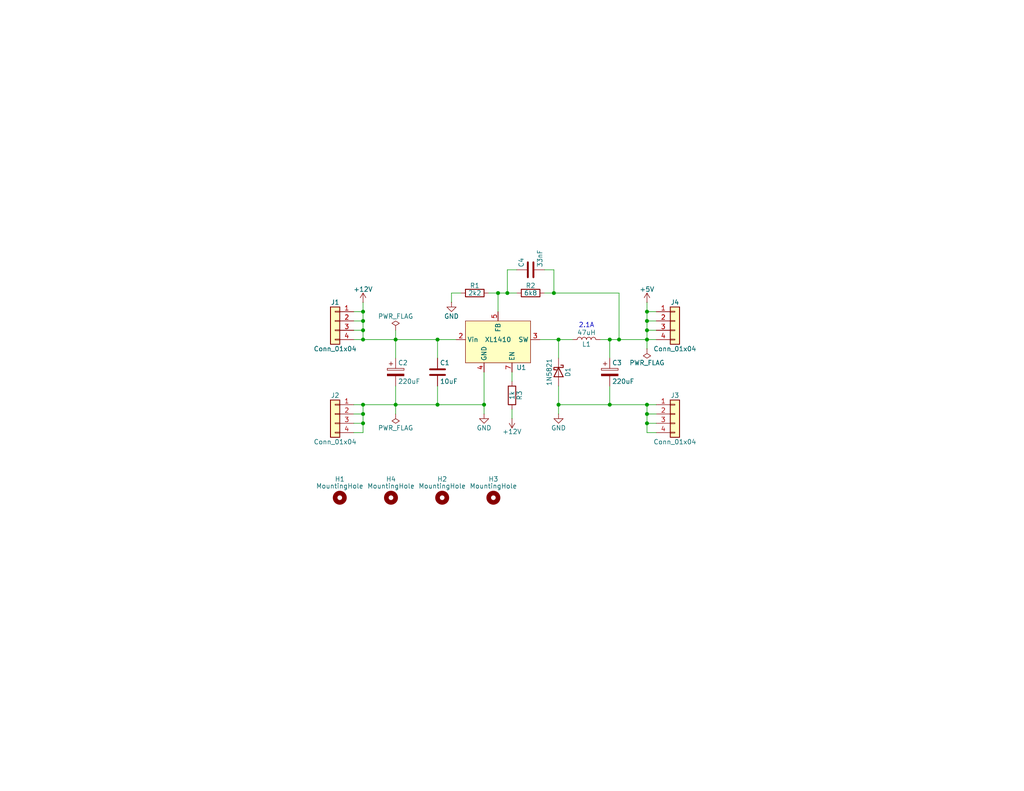
<source format=kicad_sch>
(kicad_sch (version 20231120) (generator "eeschema") (generator_version "8.0")
  (paper "A")
  (title_block (title "XL1410E1 Test PCB") (date "2024-06-24") (company "Perry Leumas"))
  (lib_symbols
    (symbol "Connector_Generic:Conn_01x04" (pin_names (offset 1.016) hide)
      (property "Reference" "J" (at 0 5.08 0))
      (property "Value" "Conn_01x04" (at 0 -7.62 0))
      (symbol "Conn_01x04_1_1"
        (rectangle (start -1.27 -4.953) (end 0 -5.207) (stroke (width 0.1524)))
        (rectangle (start -1.27 -2.413) (end 0 -2.667) (stroke (width 0.1524)))
        (rectangle (start -1.27 0.127) (end 0 -0.127) (stroke (width 0.1524)))
        (rectangle (start -1.27 2.667) (end 0 2.413) (stroke (width 0.1524)))
        (rectangle (start -1.27 3.81) (end 1.27 -6.35) (stroke (width 0.254)) (fill (type background)))
        (pin passive line (at -5.08 2.54 0) (length 3.81) (name "Pin_1") (number "1"))
        (pin passive line (at -5.08 0 0) (length 3.81) (name "Pin_2") (number "2"))
        (pin passive line (at -5.08 -2.54 0) (length 3.81) (name "Pin_3") (number "3"))
        (pin passive line (at -5.08 -5.08 0) (length 3.81) (name "Pin_4") (number "4"))
      )
    )
    (symbol "Device:C" (pin_numbers hide) (pin_names (offset 0.254))
      (property "Reference" "C" (at 0.635 2.54 0))
      (property "Value" "C" (at 0.635 -2.54 0))
      (symbol "C_0_1"
        (polyline (pts (xy -2.032 -0.762) (xy 2.032 -0.762)) (stroke (width 0.508)))
        (polyline (pts (xy -2.032 0.762) (xy 2.032 0.762)) (stroke (width 0.508)))
      )
      (symbol "C_1_1"
        (pin passive line (at 0 3.81 270) (length 2.794) (name "~") (number "1"))
        (pin passive line (at 0 -3.81 90) (length 2.794) (name "~") (number "2"))
      )
    )
    (symbol "Device:C_Polarized" (pin_numbers hide) (pin_names (offset 0.254))
      (property "Reference" "C" (at 0.635 2.54 0))
      (property "Value" "C_Polarized" (at 0.635 -2.54 0))
      (symbol "C_Polarized_0_1"
        (rectangle (start -2.286 0.508) (end 2.286 1.016))
        (polyline (pts (xy -1.778 2.286) (xy -0.762 2.286)))
        (polyline (pts (xy -1.27 2.794) (xy -1.27 1.778)))
        (rectangle (start 2.286 -0.508) (end -2.286 -1.016) (fill (type outline)))
      )
      (symbol "C_Polarized_1_1"
        (pin passive line (at 0 3.81 270) (length 2.794) (name "~") (number "1"))
        (pin passive line (at 0 -3.81 90) (length 2.794) (name "~") (number "2"))
      )
    )
    (symbol "Device:L" (pin_numbers hide) (pin_names (offset 1.016) hide)
      (property "Reference" "L" (at -1.27 0 90))
      (property "Value" "L" (at 1.905 0 90))
      (symbol "L_0_1"
        (arc (start 0 -2.54) (mid 0.6323 -1.905) (end 0 -1.27))
        (arc (start 0 -1.27) (mid 0.6323 -0.635) (end 0 0))
        (arc (start 0 0) (mid 0.6323 0.635) (end 0 1.27))
        (arc (start 0 1.27) (mid 0.6323 1.905) (end 0 2.54))
      )
      (symbol "L_1_1"
        (pin passive line (at 0 3.81 270) (length 1.27) (name "1") (number "1"))
        (pin passive line (at 0 -3.81 90) (length 1.27) (name "2") (number "2"))
      )
    )
    (symbol "Device:R" (pin_numbers hide) (pin_names (offset 0))
      (property "Reference" "R" (at 2.032 0 90))
      (property "Value" "R" (at 0 0 90))
      (symbol "R_0_1"
        (rectangle (start -1.016 -2.54) (end 1.016 2.54) (stroke (width 0.254)))
      )
      (symbol "R_1_1"
        (pin passive line (at 0 3.81 270) (length 1.27) (name "~") (number "1"))
        (pin passive line (at 0 -3.81 90) (length 1.27) (name "~") (number "2"))
      )
    )
    (symbol "Diode:1N5821" (pin_numbers hide) (pin_names (offset 1.016) hide)
      (property "Reference" "D" (at 0 2.54 0))
      (property "Value" "1N5821" (at 0 -2.54 0))
      (symbol "1N5821_0_1"
        (polyline (pts (xy 1.27 0) (xy -1.27 0)))
        (polyline (pts (xy 1.27 1.27) (xy 1.27 -1.27) (xy -1.27 0) (xy 1.27 1.27)) (stroke (width 0.254)))
        (polyline (pts (xy -1.905 0.635) (xy -1.905 1.27) (xy -1.27 1.27) (xy -1.27 -1.27) (xy -0.635 -1.27) (xy -0.635 -0.635)) (stroke (width 0.254)))
      )
      (symbol "1N5821_1_1"
        (pin passive line (at -3.81 0 0) (length 2.54) (name "K") (number "1"))
        (pin passive line (at 3.81 0 180) (length 2.54) (name "A") (number "2"))
      )
    )
    (symbol "Mechanical:MountingHole" (pin_names (offset 1.016)) (exclude_from_sim yes) (in_bom no)
      (property "Reference" "H" (at 0 5.08 0))
      (property "Value" "MountingHole" (at 0 3.175 0))
      (symbol "MountingHole_0_1"
        (circle (center 0 0) (radius 1.27) (stroke (width 1.27)))
      )
    )
    (symbol "pl_dcdc:XL1410"
      (property "Reference" "U" (at 6.35 -7.62 0))
      (property "Value" "XL1410" (at 0 0 0))
      (symbol "XL1410_1_1"
        (rectangle (start -8.89 5.08) (end 8.89 -6.35) (fill (type background)))
        (pin no_connect line (at -11.43 2.54 0) (length 2.54) hide (name "NC") (number "1"))
        (pin power_in line (at -11.43 0 0) (length 2.54) (name "Vin") (number "2"))
        (pin output line (at 11.43 0 180) (length 2.54) (name "SW") (number "3"))
        (pin power_in line (at -3.81 -8.89 90) (length 2.54) (name "GND") (number "4"))
        (pin input line (at 0 7.62 270) (length 2.54) (name "FB") (number "5"))
        (pin no_connect line (at -11.43 -3.81 0) (length 2.54) hide (name "NC") (number "6"))
        (pin input line (at 3.81 -8.89 90) (length 2.54) (name "EN") (number "7"))
        (pin no_connect line (at 11.43 -3.81 180) (length 2.54) hide (name "NC") (number "8"))
      )
    )
    (symbol "power:+12V" (power) (pin_numbers hide) (pin_names (offset 0) hide)
      (property "Value" "+12V" (at 0 3.556 0))
      (symbol "+12V_0_1"
        (polyline (pts (xy -0.762 1.27) (xy 0 2.54)))
        (polyline (pts (xy 0 0) (xy 0 2.54)))
        (polyline (pts (xy 0 2.54) (xy 0.762 1.27)))
      )
      (symbol "+12V_1_1"
        (pin power_in line (at 0 0 90) (length 0) (name "~") (number "1"))
      )
    )
    (symbol "power:+5V" (power) (pin_numbers hide) (pin_names (offset 0) hide)
      (property "Value" "+5V" (at 0 3.556 0))
      (symbol "+5V_0_1"
        (polyline (pts (xy -0.762 1.27) (xy 0 2.54)))
        (polyline (pts (xy 0 0) (xy 0 2.54)))
        (polyline (pts (xy 0 2.54) (xy 0.762 1.27)))
      )
      (symbol "+5V_1_1"
        (pin power_in line (at 0 0 90) (length 0) (name "~") (number "1"))
      )
    )
    (symbol "power:GND" (power) (pin_numbers hide) (pin_names (offset 0) hide)
      (property "Value" "GND" (at 0 -3.81 0))
      (symbol "GND_0_1"
        (polyline (pts (xy 0 0) (xy 0 -1.27) (xy 1.27 -1.27) (xy 0 -2.54) (xy -1.27 -1.27) (xy 0 -1.27)))
      )
      (symbol "GND_1_1"
        (pin power_in line (at 0 0 270) (length 0) (name "~") (number "1"))
      )
    )
    (symbol "power:PWR_FLAG" (power) (pin_numbers hide) (pin_names (offset 0) hide)
      (property "Value" "PWR_FLAG" (at 0 3.81 0))
      (symbol "PWR_FLAG_0_0"
        (pin power_out line (at 0 0 90) (length 0) (name "~") (number "1"))
      )
      (symbol "PWR_FLAG_0_1"
        (polyline (pts (xy 0 0) (xy 0 1.27) (xy -1.016 1.905) (xy 0 2.54) (xy 1.016 1.905) (xy 0 1.27)))
      )
    )
  )
  (junction (at 152.4 110.49))
  (junction (at 176.53 115.57))
  (junction (at 176.53 113.03))
  (junction (at 119.38 110.49))
  (junction (at 176.53 90.17))
  (junction (at 151.13 80.01))
  (junction (at 99.06 90.17))
  (junction (at 176.53 85.09))
  (junction (at 168.91 92.71))
  (junction (at 99.06 110.49))
  (junction (at 99.06 92.71))
  (junction (at 176.53 92.71))
  (junction (at 152.4 92.71))
  (junction (at 99.06 87.63))
  (junction (at 166.37 92.71))
  (junction (at 166.37 110.49))
  (junction (at 135.89 80.01))
  (junction (at 99.06 85.09))
  (junction (at 99.06 113.03))
  (junction (at 138.43 80.01))
  (junction (at 176.53 110.49))
  (junction (at 176.53 87.63))
  (junction (at 132.08 110.49))
  (junction (at 107.95 92.71))
  (junction (at 119.38 92.71))
  (junction (at 99.06 115.57))
  (junction (at 107.95 110.49))
  (wire (pts (xy 176.53 90.17) (xy 179.07 90.17)))
  (wire (pts (xy 140.97 73.66) (xy 138.43 73.66)))
  (wire (pts (xy 107.95 110.49) (xy 107.95 113.03)))
  (wire (pts (xy 138.43 80.01) (xy 140.97 80.01)))
  (wire (pts (xy 96.52 92.71) (xy 99.06 92.71)))
  (wire (pts (xy 107.95 90.17) (xy 107.95 92.71)))
  (wire (pts (xy 107.95 92.71) (xy 119.38 92.71)))
  (wire (pts (xy 166.37 92.71) (xy 168.91 92.71)))
  (wire (pts (xy 99.06 115.57) (xy 99.06 118.11)))
  (wire (pts (xy 139.7 101.6) (xy 139.7 104.14)))
  (wire (pts (xy 176.53 113.03) (xy 176.53 115.57)))
  (wire (pts (xy 133.35 80.01) (xy 135.89 80.01)))
  (wire (pts (xy 119.38 92.71) (xy 124.46 92.71)))
  (wire (pts (xy 138.43 73.66) (xy 138.43 80.01)))
  (wire (pts (xy 166.37 110.49) (xy 152.4 110.49)))
  (wire (pts (xy 96.52 87.63) (xy 99.06 87.63)))
  (wire (pts (xy 96.52 115.57) (xy 99.06 115.57)))
  (wire (pts (xy 152.4 92.71) (xy 156.21 92.71)))
  (wire (pts (xy 123.19 82.55) (xy 123.19 80.01)))
  (wire (pts (xy 132.08 110.49) (xy 132.08 101.6)))
  (wire (pts (xy 152.4 110.49) (xy 152.4 113.03)))
  (wire (pts (xy 99.06 82.55) (xy 99.06 85.09)))
  (wire (pts (xy 119.38 105.41) (xy 119.38 110.49)))
  (wire (pts (xy 163.83 92.71) (xy 166.37 92.71)))
  (wire (pts (xy 176.53 87.63) (xy 176.53 90.17)))
  (wire (pts (xy 96.52 113.03) (xy 99.06 113.03)))
  (wire (pts (xy 99.06 90.17) (xy 99.06 92.71)))
  (wire (pts (xy 99.06 113.03) (xy 99.06 115.57)))
  (wire (pts (xy 176.53 115.57) (xy 176.53 118.11)))
  (wire (pts (xy 152.4 97.79) (xy 152.4 92.71)))
  (wire (pts (xy 96.52 85.09) (xy 99.06 85.09)))
  (wire (pts (xy 176.53 85.09) (xy 176.53 87.63)))
  (wire (pts (xy 168.91 92.71) (xy 168.91 80.01)))
  (wire (pts (xy 139.7 111.76) (xy 139.7 114.3)))
  (wire (pts (xy 99.06 110.49) (xy 107.95 110.49)))
  (wire (pts (xy 119.38 110.49) (xy 132.08 110.49)))
  (wire (pts (xy 176.53 113.03) (xy 179.07 113.03)))
  (wire (pts (xy 107.95 105.41) (xy 107.95 110.49)))
  (wire (pts (xy 151.13 80.01) (xy 151.13 73.66)))
  (wire (pts (xy 168.91 80.01) (xy 151.13 80.01)))
  (wire (pts (xy 152.4 92.71) (xy 147.32 92.71)))
  (wire (pts (xy 96.52 90.17) (xy 99.06 90.17)))
  (wire (pts (xy 123.19 80.01) (xy 125.73 80.01)))
  (wire (pts (xy 176.53 110.49) (xy 179.07 110.49)))
  (wire (pts (xy 176.53 90.17) (xy 176.53 92.71)))
  (wire (pts (xy 148.59 73.66) (xy 151.13 73.66)))
  (wire (pts (xy 107.95 97.79) (xy 107.95 92.71)))
  (wire (pts (xy 176.53 92.71) (xy 179.07 92.71)))
  (wire (pts (xy 176.53 92.71) (xy 176.53 95.25)))
  (wire (pts (xy 99.06 85.09) (xy 99.06 87.63)))
  (wire (pts (xy 99.06 87.63) (xy 99.06 90.17)))
  (wire (pts (xy 176.53 87.63) (xy 179.07 87.63)))
  (wire (pts (xy 96.52 118.11) (xy 99.06 118.11)))
  (wire (pts (xy 107.95 110.49) (xy 119.38 110.49)))
  (wire (pts (xy 135.89 80.01) (xy 135.89 85.09)))
  (wire (pts (xy 166.37 110.49) (xy 176.53 110.49)))
  (wire (pts (xy 135.89 80.01) (xy 138.43 80.01)))
  (wire (pts (xy 132.08 110.49) (xy 132.08 113.03)))
  (wire (pts (xy 119.38 97.79) (xy 119.38 92.71)))
  (wire (pts (xy 96.52 110.49) (xy 99.06 110.49)))
  (wire (pts (xy 168.91 92.71) (xy 176.53 92.71)))
  (wire (pts (xy 99.06 92.71) (xy 107.95 92.71)))
  (wire (pts (xy 148.59 80.01) (xy 151.13 80.01)))
  (wire (pts (xy 179.07 85.09) (xy 176.53 85.09)))
  (wire (pts (xy 176.53 115.57) (xy 179.07 115.57)))
  (wire (pts (xy 176.53 110.49) (xy 176.53 113.03)))
  (wire (pts (xy 176.53 82.55) (xy 176.53 85.09)))
  (wire (pts (xy 166.37 92.71) (xy 166.37 97.79)))
  (wire (pts (xy 166.37 105.41) (xy 166.37 110.49)))
  (wire (pts (xy 179.07 118.11) (xy 176.53 118.11)))
  (wire (pts (xy 152.4 105.41) (xy 152.4 110.49)))
  (wire (pts (xy 99.06 110.49) (xy 99.06 113.03)))
  (text "2.1A" (at 160.02 88.9 0) (effects (font (size 1.27 1.27))))
  (symbol (lib_id "power:PWR_FLAG") (at 176.53 95.25 180) (unit 1)
    (property "Reference" "#FLG03" (effects (hide yes)))
    (property "Value" "PWR_FLAG" (at 176.53 99.06 0))
    (property "Description" "Special symbol for telling ERC where power comes from" (effects (hide yes)))
  )
  (symbol (lib_id "power:+12V") (at 139.7 114.3 180) (unit 1)
    (property "Reference" "#PWR03" (effects (hide yes)))
    (property "Value" "+12V" (at 139.7 117.856 0))
    (property "Description" "Power symbol creates a global label with name \"+12V\"" (effects (hide yes)))
  )
  (symbol (lib_id "Device:L") (at 160.02 92.71 90) (unit 1)
    (property "Reference" "L1" (at 160.02 93.98 90))
    (property "Value" "47uH" (at 160.02 90.805 90))
    (property "Footprint" "Inductor_SMD:L_10.4x10.4_H4.8" (effects (hide yes)))
    (property "Description" "Inductor" (effects (hide yes)))
  )
  (symbol (lib_id "Connector_Generic:Conn_01x04") (at 184.15 113.03 0) (unit 1)
    (property "Reference" "J3" (at 184.15 107.95 0))
    (property "Value" "Conn_01x04" (at 184.15 120.65 0))
    (property "Footprint" "Connector_PinHeader_2.54mm:PinHeader_1x04_P2.54mm_Vertical" (effects (hide yes)))
    (property "Description" "Generic connector, single row, 01x04, script generated (kicad-library-utils/schlib/autogen/connector/)" (effects (hide yes)))
  )
  (symbol (lib_id "power:GND") (at 132.08 113.03 0) (unit 1)
    (property "Reference" "#PWR04" (effects (hide yes)))
    (property "Value" "GND" (at 132.08 116.84 0))
    (property "Description" "Power symbol creates a global label with name \"GND\" , ground" (effects (hide yes)))
  )
  (symbol (lib_id "Device:R") (at 139.7 107.95 0) (unit 1)
    (property "Reference" "R3" (at 141.732 107.95 90))
    (property "Value" "1k" (at 139.7 107.95 90))
    (property "Footprint" "Resistor_THT:R_Axial_DIN0207_L6.3mm_D2.5mm_P10.16mm_Horizontal" (effects (hide yes)))
    (property "Description" "Resistor" (effects (hide yes)))
  )
  (symbol (lib_id "Device:R") (at 129.54 80.01 90) (unit 1)
    (property "Reference" "R1" (at 129.54 77.978 90))
    (property "Value" "2k2" (at 129.54 80.01 90))
    (property "Footprint" "Resistor_THT:R_Axial_DIN0207_L6.3mm_D2.5mm_P10.16mm_Horizontal" (effects (hide yes)))
    (property "Description" "Resistor" (effects (hide yes)))
  )
  (symbol (lib_id "Connector_Generic:Conn_01x04") (at 91.44 87.63 0) (mirror y) (unit 1)
    (property "Reference" "J1" (at 91.44 82.55 0))
    (property "Value" "Conn_01x04" (at 91.44 95.25 0))
    (property "Footprint" "Connector_PinHeader_2.54mm:PinHeader_1x04_P2.54mm_Vertical" (effects (hide yes)))
    (property "Description" "Generic connector, single row, 01x04, script generated (kicad-library-utils/schlib/autogen/connector/)" (effects (hide yes)))
  )
  (symbol (lib_id "Device:C") (at 119.38 101.6 0) (unit 1)
    (property "Reference" "C1" (at 120.015 99.06 0) (effects (justify left)))
    (property "Value" "10uF" (at 120.015 104.14 0) (effects (justify left)))
    (property "Footprint" "Capacitor_SMD:C_1206_3216Metric_Pad1.33x1.80mm_HandSolder" (effects (hide yes)))
    (property "Description" "Unpolarized capacitor" (effects (hide yes)))
  )
  (symbol (lib_id "Mechanical:MountingHole") (at 92.71 135.89 0) (unit 1) (exclude_from_sim yes) (in_bom no)
    (property "Reference" "H1" (at 92.71 130.81 0))
    (property "Value" "MountingHole" (at 92.71 132.715 0))
    (property "Footprint" "MountingHole:MountingHole_3.2mm_M3" (effects (hide yes)))
    (property "Description" "Mounting Hole without connection" (effects (hide yes)))
  )
  (symbol (lib_id "power:+12V") (at 99.06 82.55 0) (unit 1)
    (property "Reference" "#PWR01" (effects (hide yes)))
    (property "Value" "+12V" (at 99.06 78.994 0))
    (property "Description" "Power symbol creates a global label with name \"+12V\"" (effects (hide yes)))
  )
  (symbol (lib_id "Device:R") (at 144.78 80.01 90) (unit 1)
    (property "Reference" "R2" (at 144.78 77.978 90))
    (property "Value" "6k8" (at 144.78 80.01 90))
    (property "Footprint" "Resistor_THT:R_Axial_DIN0207_L6.3mm_D2.5mm_P10.16mm_Horizontal" (effects (hide yes)))
    (property "Description" "Resistor" (effects (hide yes)))
  )
  (symbol (lib_id "power:GND") (at 123.19 82.55 0) (unit 1)
    (property "Reference" "#PWR05" (effects (hide yes)))
    (property "Value" "GND" (at 123.19 86.36 0))
    (property "Description" "Power symbol creates a global label with name \"GND\" , ground" (effects (hide yes)))
  )
  (symbol (lib_id "Connector_Generic:Conn_01x04") (at 91.44 113.03 0) (mirror y) (unit 1)
    (property "Reference" "J2" (at 91.44 107.95 0))
    (property "Value" "Conn_01x04" (at 91.44 120.65 0))
    (property "Footprint" "Connector_PinHeader_2.54mm:PinHeader_1x04_P2.54mm_Vertical" (effects (hide yes)))
    (property "Description" "Generic connector, single row, 01x04, script generated (kicad-library-utils/schlib/autogen/connector/)" (effects (hide yes)))
  )
  (symbol (lib_id "Device:C") (at 144.78 73.66 90) (unit 1)
    (property "Reference" "C4" (at 142.24 73.025 0) (effects (justify left)))
    (property "Value" "33nF" (at 147.32 73.025 0) (effects (justify left)))
    (property "Footprint" "Capacitor_THT:C_Disc_D3.8mm_W2.6mm_P2.50mm" (effects (hide yes)))
    (property "Description" "Unpolarized capacitor" (effects (hide yes)))
  )
  (symbol (lib_id "Connector_Generic:Conn_01x04") (at 184.15 87.63 0) (unit 1)
    (property "Reference" "J4" (at 184.15 82.55 0))
    (property "Value" "Conn_01x04" (at 184.15 95.25 0))
    (property "Footprint" "Connector_PinHeader_2.54mm:PinHeader_1x04_P2.54mm_Vertical" (effects (hide yes)))
    (property "Description" "Generic connector, single row, 01x04, script generated (kicad-library-utils/schlib/autogen/connector/)" (effects (hide yes)))
  )
  (symbol (lib_id "Diode:1N5821") (at 152.4 101.6 270) (unit 1)
    (property "Reference" "D1" (at 154.94 101.6 0))
    (property "Value" "1N5821" (at 149.86 101.6 0))
    (property "Footprint" "Diode_THT:D_DO-201AD_P15.24mm_Horizontal" (effects (hide yes)))
    (property "Datasheet" "http://www.vishay.com/docs/88526/1n5820.pdf" (effects (hide yes)))
    (property "Description" "30V 3A Schottky Barrier Rectifier Diode, DO-201AD" (effects (hide yes)))
  )
  (symbol (lib_id "Device:C_Polarized") (at 166.37 101.6 0) (unit 1)
    (property "Reference" "C3" (at 167.005 99.06 0) (effects (justify left)))
    (property "Value" "220uF" (at 167.005 104.14 0) (effects (justify left)))
    (property "Footprint" "Capacitor_THT:CP_Radial_D10.0mm_P5.00mm" (effects (hide yes)))
    (property "Description" "Polarized capacitor" (effects (hide yes)))
  )
  (symbol (lib_id "Device:C_Polarized") (at 107.95 101.6 0) (unit 1)
    (property "Reference" "C2" (at 108.585 99.06 0) (effects (justify left)))
    (property "Value" "220uF" (at 108.585 104.14 0) (effects (justify left)))
    (property "Footprint" "Capacitor_THT:CP_Radial_D10.0mm_P5.00mm" (effects (hide yes)))
    (property "Description" "Polarized capacitor" (effects (hide yes)))
  )
  (symbol (lib_id "Mechanical:MountingHole") (at 120.65 135.89 0) (unit 1) (exclude_from_sim yes) (in_bom no)
    (property "Reference" "H2" (at 120.65 130.81 0))
    (property "Value" "MountingHole" (at 120.65 132.715 0))
    (property "Footprint" "MountingHole:MountingHole_3.2mm_M3" (effects (hide yes)))
    (property "Description" "Mounting Hole without connection" (effects (hide yes)))
  )
  (symbol (lib_id "power:GND") (at 152.4 113.03 0) (unit 1)
    (property "Reference" "#PWR06" (effects (hide yes)))
    (property "Value" "GND" (at 152.4 116.84 0))
    (property "Description" "Power symbol creates a global label with name \"GND\" , ground" (effects (hide yes)))
  )
  (symbol (lib_id "Mechanical:MountingHole") (at 106.68 135.89 0) (unit 1) (exclude_from_sim yes) (in_bom no)
    (property "Reference" "H4" (at 106.68 130.81 0))
    (property "Value" "MountingHole" (at 106.68 132.715 0))
    (property "Footprint" "MountingHole:MountingHole_3.2mm_M3" (effects (hide yes)))
    (property "Description" "Mounting Hole without connection" (effects (hide yes)))
  )
  (symbol (lib_id "power:+5V") (at 176.53 82.55 0) (unit 1)
    (property "Reference" "#PWR02" (effects (hide yes)))
    (property "Value" "+5V" (at 176.53 78.994 0))
    (property "Description" "Power symbol creates a global label with name \"+5V\"" (effects (hide yes)))
  )
  (symbol (lib_id "power:PWR_FLAG") (at 107.95 113.03 180) (unit 1)
    (property "Reference" "#FLG01" (effects (hide yes)))
    (property "Value" "PWR_FLAG" (at 107.95 116.84 0))
    (property "Description" "Special symbol for telling ERC where power comes from" (effects (hide yes)))
  )
  (symbol (lib_id "Mechanical:MountingHole") (at 134.62 135.89 0) (unit 1) (exclude_from_sim yes) (in_bom no)
    (property "Reference" "H3" (at 134.62 130.81 0))
    (property "Value" "MountingHole" (at 134.62 132.715 0))
    (property "Footprint" "MountingHole:MountingHole_3.2mm_M3" (effects (hide yes)))
    (property "Description" "Mounting Hole without connection" (effects (hide yes)))
  )
  (symbol (lib_id "pl_dcdc:XL1410") (at 135.89 92.71 0) (unit 1)
    (property "Reference" "U1" (at 142.24 100.33 0))
    (property "Value" "XL1410" (at 135.89 92.71 0))
    (property "Footprint" "Package_SO:SOIC-8_3.9x4.9mm_P1.27mm" (effects (hide yes)))
    (property "Datasheet" "${KIPRJMOD}/datasheets/XLSEMI-XL1410E1.pdf" (effects (hide yes)))
  )
  (symbol (lib_id "power:PWR_FLAG") (at 107.95 90.17 0) (unit 1)
    (property "Reference" "#FLG02" (effects (hide yes)))
    (property "Value" "PWR_FLAG" (at 107.95 86.36 0))
    (property "Description" "Special symbol for telling ERC where power comes from" (effects (hide yes)))
  )
)
</source>
